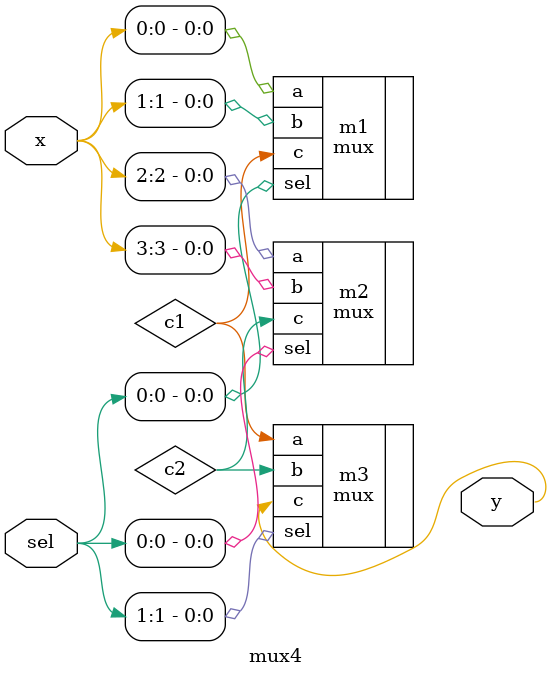
<source format=v>
`include "MUX2.v"
module mux4
(
    input [3:0] x,
    input [1:0] sel,
    output y
);

wire c1, c2;

mux m1 (.a(x[0]), .b(x[1]), .sel(sel[0]), .c(c1));
mux m2 (.a(x[2]), .b(x[3]), .sel(sel[0]), .c(c2));
mux m3 (.a(c1), .b(c2), .sel(sel[1]), .c(y));

endmodule
</source>
